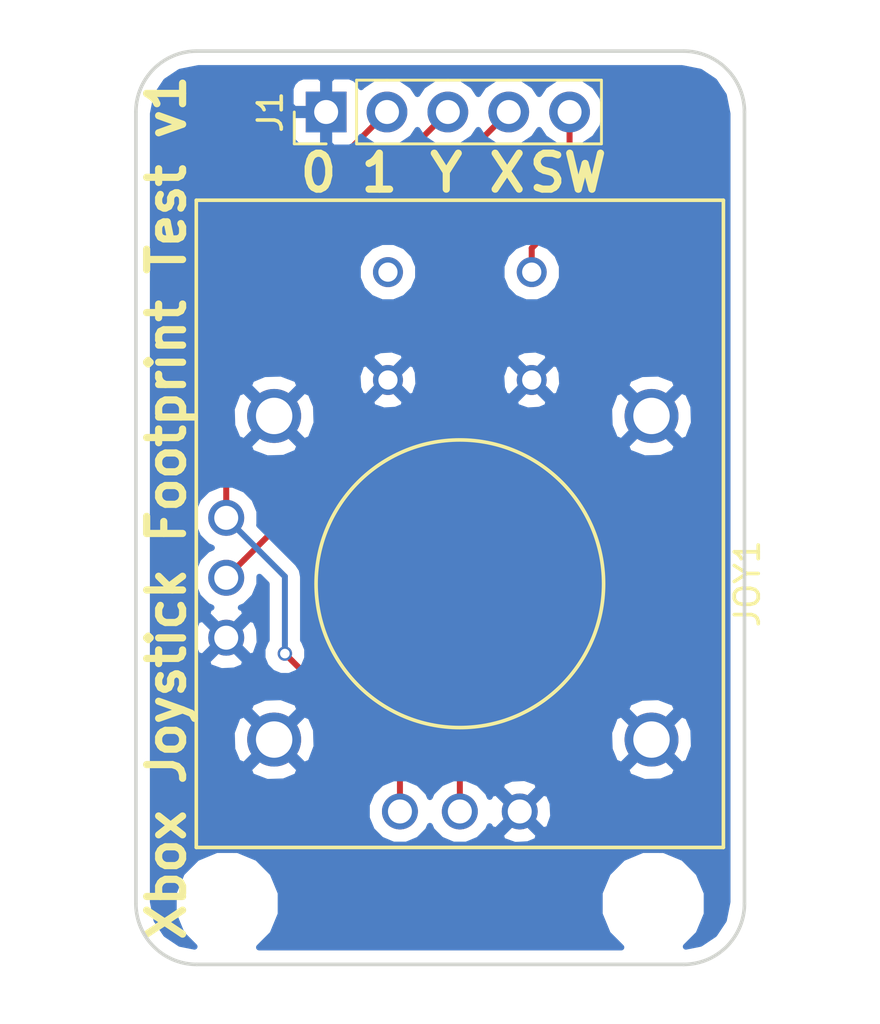
<source format=kicad_pcb>
(kicad_pcb (version 4) (host pcbnew 4.0.7-e2-6376~58~ubuntu17.04.1)

  (general
    (links 14)
    (no_connects 4)
    (area 113.632857 104.47238 150.527143 147.515)
    (thickness 1.6)
    (drawings 14)
    (tracks 18)
    (zones 0)
    (modules 4)
    (nets 6)
  )

  (page A4)
  (layers
    (0 F.Cu signal)
    (31 B.Cu signal)
    (32 B.Adhes user)
    (33 F.Adhes user)
    (34 B.Paste user)
    (35 F.Paste user)
    (36 B.SilkS user)
    (37 F.SilkS user)
    (38 B.Mask user)
    (39 F.Mask user)
    (40 Dwgs.User user)
    (41 Cmts.User user)
    (42 Eco1.User user)
    (43 Eco2.User user)
    (44 Edge.Cuts user)
    (45 Margin user)
    (46 B.CrtYd user)
    (47 F.CrtYd user)
    (48 B.Fab user)
    (49 F.Fab user)
  )

  (setup
    (last_trace_width 0.25)
    (trace_clearance 0.2)
    (zone_clearance 0.508)
    (zone_45_only no)
    (trace_min 0.2)
    (segment_width 0.2)
    (edge_width 0.15)
    (via_size 0.6)
    (via_drill 0.4)
    (via_min_size 0.4)
    (via_min_drill 0.3)
    (uvia_size 0.3)
    (uvia_drill 0.1)
    (uvias_allowed no)
    (uvia_min_size 0.2)
    (uvia_min_drill 0.1)
    (pcb_text_width 0.3)
    (pcb_text_size 1.5 1.5)
    (mod_edge_width 0.15)
    (mod_text_size 1 1)
    (mod_text_width 0.15)
    (pad_size 1.524 1.524)
    (pad_drill 0.762)
    (pad_to_mask_clearance 0.2)
    (aux_axis_origin 0 0)
    (visible_elements FFFFFF7F)
    (pcbplotparams
      (layerselection 0x010f0_80000001)
      (usegerberextensions false)
      (excludeedgelayer true)
      (linewidth 0.100000)
      (plotframeref false)
      (viasonmask false)
      (mode 1)
      (useauxorigin false)
      (hpglpennumber 1)
      (hpglpenspeed 20)
      (hpglpendiameter 15)
      (hpglpenoverlay 2)
      (psnegative false)
      (psa4output false)
      (plotreference true)
      (plotvalue true)
      (plotinvisibletext false)
      (padsonsilk false)
      (subtractmaskfromsilk false)
      (outputformat 1)
      (mirror false)
      (drillshape 0)
      (scaleselection 1)
      (outputdirectory ./))
  )

  (net 0 "")
  (net 1 "Net-(J1-Pad1)")
  (net 2 "Net-(J1-Pad2)")
  (net 3 "Net-(J1-Pad3)")
  (net 4 "Net-(J1-Pad4)")
  (net 5 "Net-(J1-Pad5)")

  (net_class Default "This is the default net class."
    (clearance 0.2)
    (trace_width 0.25)
    (via_dia 0.6)
    (via_drill 0.4)
    (uvia_dia 0.3)
    (uvia_drill 0.1)
    (add_net "Net-(J1-Pad1)")
    (add_net "Net-(J1-Pad2)")
    (add_net "Net-(J1-Pad3)")
    (add_net "Net-(J1-Pad4)")
    (add_net "Net-(J1-Pad5)")
  )

  (module Mounting_Holes:MountingHole_3.2mm_M3 (layer F.Cu) (tedit 5AA06628) (tstamp 5AA06093)
    (at 123.19 142.24)
    (descr "Mounting Hole 3.2mm, no annular, M3")
    (tags "mounting hole 3.2mm no annular m3")
    (attr virtual)
    (fp_text reference REF** (at 5.842 0) (layer F.SilkS) hide
      (effects (font (size 1 1) (thickness 0.15)))
    )
    (fp_text value MountingHole_3.2mm_M3 (at 0 4.2) (layer F.Fab)
      (effects (font (size 1 1) (thickness 0.15)))
    )
    (fp_text user %R (at 0.3 0) (layer F.Fab) hide
      (effects (font (size 1 1) (thickness 0.15)))
    )
    (fp_circle (center 0 0) (end 3.2 0) (layer Cmts.User) (width 0.15))
    (fp_circle (center 0 0) (end 3.45 0) (layer F.CrtYd) (width 0.05))
    (pad 1 np_thru_hole circle (at 0 0) (size 3.2 3.2) (drill 3.2) (layers *.Cu *.Mask))
  )

  (module Pin_Headers:Pin_Header_Straight_1x05_Pitch2.54mm (layer F.Cu) (tedit 59650532) (tstamp 5AA05818)
    (at 127.32 109.22 90)
    (descr "Through hole straight pin header, 1x05, 2.54mm pitch, single row")
    (tags "Through hole pin header THT 1x05 2.54mm single row")
    (path /5AA04B7C)
    (fp_text reference J1 (at 0 -2.33 90) (layer F.SilkS)
      (effects (font (size 1 1) (thickness 0.15)))
    )
    (fp_text value Conn_01x05 (at 0 12.49 90) (layer F.Fab)
      (effects (font (size 1 1) (thickness 0.15)))
    )
    (fp_line (start -0.635 -1.27) (end 1.27 -1.27) (layer F.Fab) (width 0.1))
    (fp_line (start 1.27 -1.27) (end 1.27 11.43) (layer F.Fab) (width 0.1))
    (fp_line (start 1.27 11.43) (end -1.27 11.43) (layer F.Fab) (width 0.1))
    (fp_line (start -1.27 11.43) (end -1.27 -0.635) (layer F.Fab) (width 0.1))
    (fp_line (start -1.27 -0.635) (end -0.635 -1.27) (layer F.Fab) (width 0.1))
    (fp_line (start -1.33 11.49) (end 1.33 11.49) (layer F.SilkS) (width 0.12))
    (fp_line (start -1.33 1.27) (end -1.33 11.49) (layer F.SilkS) (width 0.12))
    (fp_line (start 1.33 1.27) (end 1.33 11.49) (layer F.SilkS) (width 0.12))
    (fp_line (start -1.33 1.27) (end 1.33 1.27) (layer F.SilkS) (width 0.12))
    (fp_line (start -1.33 0) (end -1.33 -1.33) (layer F.SilkS) (width 0.12))
    (fp_line (start -1.33 -1.33) (end 0 -1.33) (layer F.SilkS) (width 0.12))
    (fp_line (start -1.8 -1.8) (end -1.8 11.95) (layer F.CrtYd) (width 0.05))
    (fp_line (start -1.8 11.95) (end 1.8 11.95) (layer F.CrtYd) (width 0.05))
    (fp_line (start 1.8 11.95) (end 1.8 -1.8) (layer F.CrtYd) (width 0.05))
    (fp_line (start 1.8 -1.8) (end -1.8 -1.8) (layer F.CrtYd) (width 0.05))
    (fp_text user %R (at 0 5.08 180) (layer F.Fab)
      (effects (font (size 1 1) (thickness 0.15)))
    )
    (pad 1 thru_hole rect (at 0 0 90) (size 1.7 1.7) (drill 1) (layers *.Cu *.Mask)
      (net 1 "Net-(J1-Pad1)"))
    (pad 2 thru_hole oval (at 0 2.54 90) (size 1.7 1.7) (drill 1) (layers *.Cu *.Mask)
      (net 2 "Net-(J1-Pad2)"))
    (pad 3 thru_hole oval (at 0 5.08 90) (size 1.7 1.7) (drill 1) (layers *.Cu *.Mask)
      (net 3 "Net-(J1-Pad3)"))
    (pad 4 thru_hole oval (at 0 7.62 90) (size 1.7 1.7) (drill 1) (layers *.Cu *.Mask)
      (net 4 "Net-(J1-Pad4)"))
    (pad 5 thru_hole oval (at 0 10.16 90) (size 1.7 1.7) (drill 1) (layers *.Cu *.Mask)
      (net 5 "Net-(J1-Pad5)"))
    (model ${KISYS3DMOD}/Pin_Headers.3dshapes/Pin_Header_Straight_1x05_Pitch2.54mm.wrl
      (at (xyz 0 0 0))
      (scale (xyz 1 1 1))
      (rotate (xyz 0 0 0))
    )
  )

  (module Mounting_Holes:MountingHole_3.2mm_M3 (layer F.Cu) (tedit 5AA06605) (tstamp 5AA0608E)
    (at 140.97 142.24)
    (descr "Mounting Hole 3.2mm, no annular, M3")
    (tags "mounting hole 3.2mm no annular m3")
    (attr virtual)
    (fp_text reference REF** (at 0 -4.2) (layer F.SilkS) hide
      (effects (font (size 1 1) (thickness 0.15)))
    )
    (fp_text value MountingHole_3.2mm_M3 (at 0 4.2) (layer F.Fab)
      (effects (font (size 1 1) (thickness 0.15)))
    )
    (fp_text user %R (at 0.3 0) (layer F.Fab)
      (effects (font (size 1 1) (thickness 0.15)))
    )
    (fp_circle (center 0 0) (end 3.2 0) (layer Cmts.User) (width 0.15))
    (fp_circle (center 0 0) (end 3.45 0) (layer F.CrtYd) (width 0.05))
    (pad 1 np_thru_hole circle (at 0 0) (size 3.2 3.2) (drill 3.2) (layers *.Cu *.Mask))
  )

  (module Switches:XBOX-JOYSTICK (layer F.Cu) (tedit 5A400DC5) (tstamp 5AA0582F)
    (at 132.9 128.9 90)
    (path /5AA04B48)
    (fp_text reference JOY1 (at 0 12 90) (layer F.SilkS)
      (effects (font (size 1 1) (thickness 0.15)))
    )
    (fp_text value xbox_joystick (at 0 -12 90) (layer F.Fab)
      (effects (font (size 1 1) (thickness 0.15)))
    )
    (fp_circle (center 0 0) (end 6 0) (layer F.SilkS) (width 0.15))
    (fp_line (start -11 11) (end -11 -11) (layer F.SilkS) (width 0.15))
    (fp_line (start 16 11) (end -11 11) (layer F.SilkS) (width 0.15))
    (fp_line (start 16 -11) (end 16 11) (layer F.SilkS) (width 0.15))
    (fp_line (start -11 -11) (end 16 -11) (layer F.SilkS) (width 0.15))
    (pad 1 thru_hole circle (at -6.5 -7.75 90) (size 2.25 2.25) (drill 1.52) (layers *.Cu *.Mask)
      (net 1 "Net-(J1-Pad1)"))
    (pad 1 thru_hole circle (at 7 -7.75 90) (size 2.25 2.25) (drill 1.52) (layers *.Cu *.Mask)
      (net 1 "Net-(J1-Pad1)"))
    (pad 3 thru_hole circle (at 0.25 -9.75 90) (size 1.5 1.5) (drill 1) (layers *.Cu *.Mask)
      (net 3 "Net-(J1-Pad3)"))
    (pad 2 thru_hole circle (at -2.25 -9.75 90) (size 1.5 1.5) (drill 1) (layers *.Cu *.Mask)
      (net 1 "Net-(J1-Pad1)"))
    (pad 4 thru_hole circle (at 2.75 -9.75 90) (size 1.5 1.5) (drill 1) (layers *.Cu *.Mask)
      (net 2 "Net-(J1-Pad2)"))
    (pad 6 thru_hole circle (at -9.5 0 180) (size 1.5 1.5) (drill 1) (layers *.Cu *.Mask)
      (net 4 "Net-(J1-Pad4)"))
    (pad 5 thru_hole circle (at -9.5 2.5 180) (size 1.5 1.5) (drill 1) (layers *.Cu *.Mask)
      (net 1 "Net-(J1-Pad1)"))
    (pad 7 thru_hole circle (at -9.5 -2.5 180) (size 1.5 1.5) (drill 1) (layers *.Cu *.Mask)
      (net 2 "Net-(J1-Pad2)"))
    (pad 1 thru_hole circle (at -6.5 8 90) (size 2.25 2.25) (drill 1.52) (layers *.Cu *.Mask)
      (net 1 "Net-(J1-Pad1)"))
    (pad 1 thru_hole circle (at 7 8 90) (size 2.25 2.25) (drill 1.52) (layers *.Cu *.Mask)
      (net 1 "Net-(J1-Pad1)"))
    (pad 8 thru_hole circle (at 8.5 -3 180) (size 1.25 1.25) (drill 0.8) (layers *.Cu *.Mask)
      (net 1 "Net-(J1-Pad1)"))
    (pad 8 thru_hole circle (at 8.5 3 180) (size 1.25 1.25) (drill 0.8) (layers *.Cu *.Mask)
      (net 1 "Net-(J1-Pad1)"))
    (pad 9 thru_hole circle (at 13 -3 180) (size 1.25 1.25) (drill 0.8) (layers *.Cu *.Mask)
      (net 5 "Net-(J1-Pad5)"))
    (pad 9 thru_hole circle (at 13 3 180) (size 1.25 1.25) (drill 0.8) (layers *.Cu *.Mask)
      (net 5 "Net-(J1-Pad5)"))
  )

  (gr_line (start 119.38 109.22) (end 119.38 142.24) (layer Edge.Cuts) (width 0.15))
  (gr_line (start 142.24 106.68) (end 121.92 106.68) (layer Edge.Cuts) (width 0.15))
  (gr_line (start 144.78 142.24) (end 144.78 109.22) (layer Edge.Cuts) (width 0.15))
  (gr_line (start 121.92 144.78) (end 142.24 144.78) (layer Edge.Cuts) (width 0.15))
  (gr_arc (start 121.92 142.24) (end 121.92 144.78) (angle 90) (layer Edge.Cuts) (width 0.15))
  (gr_arc (start 142.24 142.24) (end 144.78 142.24) (angle 90) (layer Edge.Cuts) (width 0.15))
  (gr_arc (start 142.24 109.22) (end 142.24 106.68) (angle 90) (layer Edge.Cuts) (width 0.15))
  (gr_arc (start 121.92 109.22) (end 119.38 109.22) (angle 90) (layer Edge.Cuts) (width 0.15))
  (gr_text SW (at 137.414 111.76) (layer F.SilkS)
    (effects (font (size 1.5 1.5) (thickness 0.3)))
  )
  (gr_text X (at 134.874 111.76) (layer F.SilkS)
    (effects (font (size 1.5 1.5) (thickness 0.3)))
  )
  (gr_text Y (at 132.334 111.76) (layer F.SilkS)
    (effects (font (size 1.5 1.5) (thickness 0.3)))
  )
  (gr_text 1 (at 129.54 111.76) (layer F.SilkS)
    (effects (font (size 1.5 1.5) (thickness 0.3)))
  )
  (gr_text 0 (at 127 111.76) (layer F.SilkS)
    (effects (font (size 1.5 1.5) (thickness 0.3)))
  )
  (gr_text "Xbox Joystick Footprint Test v1" (at 120.65 125.73 90) (layer F.SilkS)
    (effects (font (size 1.5 1.5) (thickness 0.3)))
  )

  (segment (start 125.597132 131.389219) (end 125.597132 131.813483) (width 0.25) (layer B.Cu) (net 2))
  (segment (start 125.597132 128.597132) (end 125.597132 131.389219) (width 0.25) (layer B.Cu) (net 2))
  (segment (start 123.15 126.15) (end 125.597132 128.597132) (width 0.25) (layer B.Cu) (net 2))
  (segment (start 125.897131 132.113482) (end 125.597132 131.813483) (width 0.25) (layer F.Cu) (net 2))
  (segment (start 130.4 136.616351) (end 125.897131 132.113482) (width 0.25) (layer F.Cu) (net 2))
  (segment (start 130.4 138.4) (end 130.4 136.616351) (width 0.25) (layer F.Cu) (net 2))
  (via (at 125.597132 131.813483) (size 0.6) (drill 0.4) (layers F.Cu B.Cu) (net 2))
  (segment (start 129.86 109.22) (end 123.15 115.93) (width 0.25) (layer F.Cu) (net 2))
  (segment (start 123.15 115.93) (end 123.15 126.15) (width 0.25) (layer F.Cu) (net 2))
  (segment (start 132.4 109.22) (end 127.516431 114.103569) (width 0.25) (layer F.Cu) (net 3))
  (segment (start 127.516431 114.103569) (end 127.516431 124.283569) (width 0.25) (layer F.Cu) (net 3))
  (segment (start 127.516431 124.283569) (end 123.899999 127.900001) (width 0.25) (layer F.Cu) (net 3))
  (segment (start 123.899999 127.900001) (end 123.15 128.65) (width 0.25) (layer F.Cu) (net 3))
  (segment (start 134.94 109.22) (end 132.9 111.26) (width 0.25) (layer F.Cu) (net 4))
  (segment (start 132.9 111.26) (end 132.9 138.4) (width 0.25) (layer F.Cu) (net 4))
  (segment (start 135.9 114.9) (end 135.9 115.9) (width 0.25) (layer F.Cu) (net 5))
  (segment (start 137.48 109.22) (end 137.48 113.32) (width 0.25) (layer F.Cu) (net 5))
  (segment (start 137.48 113.32) (end 135.9 114.9) (width 0.25) (layer F.Cu) (net 5))

  (zone (net 1) (net_name "Net-(J1-Pad1)") (layer B.Cu) (tstamp 0) (hatch edge 0.508)
    (connect_pads (clearance 0.508))
    (min_thickness 0.254)
    (fill yes (arc_segments 16) (thermal_gap 0.508) (thermal_bridge_width 0.508))
    (polygon
      (pts
        (xy 119.38 106.68) (xy 144.78 106.68) (xy 144.78 144.78) (xy 119.38 144.78)
      )
    )
    (filled_polygon
      (pts
        (xy 142.934989 107.542152) (xy 143.52417 107.93583) (xy 143.917848 108.525011) (xy 144.07 109.289931) (xy 144.07 142.170069)
        (xy 143.917848 142.934989) (xy 143.52417 143.52417) (xy 142.934989 143.917848) (xy 142.332747 144.037641) (xy 142.863636 143.507679)
        (xy 143.204611 142.686519) (xy 143.205387 141.797381) (xy 142.865845 140.975628) (xy 142.237679 140.346364) (xy 141.416519 140.005389)
        (xy 140.527381 140.004613) (xy 139.705628 140.344155) (xy 139.076364 140.972321) (xy 138.735389 141.793481) (xy 138.734613 142.682619)
        (xy 139.074155 143.504372) (xy 139.638796 144.07) (xy 124.520332 144.07) (xy 125.083636 143.507679) (xy 125.424611 142.686519)
        (xy 125.425387 141.797381) (xy 125.085845 140.975628) (xy 124.457679 140.346364) (xy 123.636519 140.005389) (xy 122.747381 140.004613)
        (xy 121.925628 140.344155) (xy 121.296364 140.972321) (xy 120.955389 141.793481) (xy 120.954613 142.682619) (xy 121.294155 143.504372)
        (xy 121.826306 144.037453) (xy 121.225011 143.917848) (xy 120.63583 143.52417) (xy 120.242152 142.934989) (xy 120.09 142.170069)
        (xy 120.09 138.674285) (xy 129.01476 138.674285) (xy 129.225169 139.183515) (xy 129.614436 139.573461) (xy 130.123298 139.784759)
        (xy 130.674285 139.78524) (xy 131.183515 139.574831) (xy 131.573461 139.185564) (xy 131.649927 139.001414) (xy 131.725169 139.183515)
        (xy 132.114436 139.573461) (xy 132.623298 139.784759) (xy 133.174285 139.78524) (xy 133.683515 139.574831) (xy 133.887183 139.371517)
        (xy 134.608088 139.371517) (xy 134.676077 139.61246) (xy 135.195171 139.797201) (xy 135.745448 139.76923) (xy 136.123923 139.61246)
        (xy 136.191912 139.371517) (xy 135.4 138.579605) (xy 134.608088 139.371517) (xy 133.887183 139.371517) (xy 134.073461 139.185564)
        (xy 134.143353 139.017246) (xy 134.18754 139.123923) (xy 134.428483 139.191912) (xy 135.220395 138.4) (xy 135.579605 138.4)
        (xy 136.371517 139.191912) (xy 136.61246 139.123923) (xy 136.797201 138.604829) (xy 136.76923 138.054552) (xy 136.61246 137.676077)
        (xy 136.371517 137.608088) (xy 135.579605 138.4) (xy 135.220395 138.4) (xy 134.428483 137.608088) (xy 134.18754 137.676077)
        (xy 134.146778 137.790611) (xy 134.074831 137.616485) (xy 133.887157 137.428483) (xy 134.608088 137.428483) (xy 135.4 138.220395)
        (xy 136.191912 137.428483) (xy 136.123923 137.18754) (xy 135.604829 137.002799) (xy 135.054552 137.03077) (xy 134.676077 137.18754)
        (xy 134.608088 137.428483) (xy 133.887157 137.428483) (xy 133.685564 137.226539) (xy 133.176702 137.015241) (xy 132.625715 137.01476)
        (xy 132.116485 137.225169) (xy 131.726539 137.614436) (xy 131.650073 137.798586) (xy 131.574831 137.616485) (xy 131.185564 137.226539)
        (xy 130.676702 137.015241) (xy 130.125715 137.01476) (xy 129.616485 137.225169) (xy 129.226539 137.614436) (xy 129.015241 138.123298)
        (xy 129.01476 138.674285) (xy 120.09 138.674285) (xy 120.09 136.642947) (xy 124.086658 136.642947) (xy 124.200621 136.922773)
        (xy 124.855629 137.17017) (xy 125.555451 137.148075) (xy 126.099379 136.922773) (xy 126.213342 136.642947) (xy 139.836658 136.642947)
        (xy 139.950621 136.922773) (xy 140.605629 137.17017) (xy 141.305451 137.148075) (xy 141.849379 136.922773) (xy 141.963342 136.642947)
        (xy 140.9 135.579605) (xy 139.836658 136.642947) (xy 126.213342 136.642947) (xy 125.15 135.579605) (xy 124.086658 136.642947)
        (xy 120.09 136.642947) (xy 120.09 135.105629) (xy 123.37983 135.105629) (xy 123.401925 135.805451) (xy 123.627227 136.349379)
        (xy 123.907053 136.463342) (xy 124.970395 135.4) (xy 125.329605 135.4) (xy 126.392947 136.463342) (xy 126.672773 136.349379)
        (xy 126.92017 135.694371) (xy 126.901583 135.105629) (xy 139.12983 135.105629) (xy 139.151925 135.805451) (xy 139.377227 136.349379)
        (xy 139.657053 136.463342) (xy 140.720395 135.4) (xy 141.079605 135.4) (xy 142.142947 136.463342) (xy 142.422773 136.349379)
        (xy 142.67017 135.694371) (xy 142.648075 134.994549) (xy 142.422773 134.450621) (xy 142.142947 134.336658) (xy 141.079605 135.4)
        (xy 140.720395 135.4) (xy 139.657053 134.336658) (xy 139.377227 134.450621) (xy 139.12983 135.105629) (xy 126.901583 135.105629)
        (xy 126.898075 134.994549) (xy 126.672773 134.450621) (xy 126.392947 134.336658) (xy 125.329605 135.4) (xy 124.970395 135.4)
        (xy 123.907053 134.336658) (xy 123.627227 134.450621) (xy 123.37983 135.105629) (xy 120.09 135.105629) (xy 120.09 134.157053)
        (xy 124.086658 134.157053) (xy 125.15 135.220395) (xy 126.213342 134.157053) (xy 139.836658 134.157053) (xy 140.9 135.220395)
        (xy 141.963342 134.157053) (xy 141.849379 133.877227) (xy 141.194371 133.62983) (xy 140.494549 133.651925) (xy 139.950621 133.877227)
        (xy 139.836658 134.157053) (xy 126.213342 134.157053) (xy 126.099379 133.877227) (xy 125.444371 133.62983) (xy 124.744549 133.651925)
        (xy 124.200621 133.877227) (xy 124.086658 134.157053) (xy 120.09 134.157053) (xy 120.09 132.121517) (xy 122.358088 132.121517)
        (xy 122.426077 132.36246) (xy 122.945171 132.547201) (xy 123.495448 132.51923) (xy 123.873923 132.36246) (xy 123.941912 132.121517)
        (xy 123.15 131.329605) (xy 122.358088 132.121517) (xy 120.09 132.121517) (xy 120.09 130.945171) (xy 121.752799 130.945171)
        (xy 121.78077 131.495448) (xy 121.93754 131.873923) (xy 122.178483 131.941912) (xy 122.970395 131.15) (xy 123.329605 131.15)
        (xy 124.121517 131.941912) (xy 124.36246 131.873923) (xy 124.547201 131.354829) (xy 124.51923 130.804552) (xy 124.36246 130.426077)
        (xy 124.121517 130.358088) (xy 123.329605 131.15) (xy 122.970395 131.15) (xy 122.178483 130.358088) (xy 121.93754 130.426077)
        (xy 121.752799 130.945171) (xy 120.09 130.945171) (xy 120.09 126.424285) (xy 121.76476 126.424285) (xy 121.975169 126.933515)
        (xy 122.364436 127.323461) (xy 122.548586 127.399927) (xy 122.366485 127.475169) (xy 121.976539 127.864436) (xy 121.765241 128.373298)
        (xy 121.76476 128.924285) (xy 121.975169 129.433515) (xy 122.364436 129.823461) (xy 122.532754 129.893353) (xy 122.426077 129.93754)
        (xy 122.358088 130.178483) (xy 123.15 130.970395) (xy 123.941912 130.178483) (xy 123.873923 129.93754) (xy 123.759389 129.896778)
        (xy 123.933515 129.824831) (xy 124.323461 129.435564) (xy 124.534759 128.926702) (xy 124.535036 128.609838) (xy 124.837132 128.911934)
        (xy 124.837132 131.25102) (xy 124.80494 131.283156) (xy 124.662294 131.626684) (xy 124.66197 131.99865) (xy 124.804015 132.342426)
        (xy 125.066805 132.605675) (xy 125.410333 132.748321) (xy 125.782299 132.748645) (xy 126.126075 132.6066) (xy 126.389324 132.34381)
        (xy 126.53197 132.000282) (xy 126.532294 131.628316) (xy 126.390249 131.28454) (xy 126.357132 131.251365) (xy 126.357132 128.597132)
        (xy 126.29928 128.306293) (xy 126.29928 128.306292) (xy 126.134533 128.059731) (xy 124.525002 126.4502) (xy 124.534759 126.426702)
        (xy 124.53524 125.875715) (xy 124.324831 125.366485) (xy 123.935564 124.976539) (xy 123.426702 124.765241) (xy 122.875715 124.76476)
        (xy 122.366485 124.975169) (xy 121.976539 125.364436) (xy 121.765241 125.873298) (xy 121.76476 126.424285) (xy 120.09 126.424285)
        (xy 120.09 123.142947) (xy 124.086658 123.142947) (xy 124.200621 123.422773) (xy 124.855629 123.67017) (xy 125.555451 123.648075)
        (xy 126.099379 123.422773) (xy 126.213342 123.142947) (xy 139.836658 123.142947) (xy 139.950621 123.422773) (xy 140.605629 123.67017)
        (xy 141.305451 123.648075) (xy 141.849379 123.422773) (xy 141.963342 123.142947) (xy 140.9 122.079605) (xy 139.836658 123.142947)
        (xy 126.213342 123.142947) (xy 125.15 122.079605) (xy 124.086658 123.142947) (xy 120.09 123.142947) (xy 120.09 121.605629)
        (xy 123.37983 121.605629) (xy 123.401925 122.305451) (xy 123.627227 122.849379) (xy 123.907053 122.963342) (xy 124.970395 121.9)
        (xy 125.329605 121.9) (xy 126.392947 122.963342) (xy 126.672773 122.849379) (xy 126.92017 122.194371) (xy 126.898075 121.494549)
        (xy 126.80957 121.280878) (xy 129.198727 121.280878) (xy 129.251325 121.50889) (xy 129.725056 121.672717) (xy 130.22542 121.642785)
        (xy 130.548675 121.50889) (xy 130.601273 121.280878) (xy 135.198727 121.280878) (xy 135.251325 121.50889) (xy 135.725056 121.672717)
        (xy 136.22542 121.642785) (xy 136.315123 121.605629) (xy 139.12983 121.605629) (xy 139.151925 122.305451) (xy 139.377227 122.849379)
        (xy 139.657053 122.963342) (xy 140.720395 121.9) (xy 141.079605 121.9) (xy 142.142947 122.963342) (xy 142.422773 122.849379)
        (xy 142.67017 122.194371) (xy 142.648075 121.494549) (xy 142.422773 120.950621) (xy 142.142947 120.836658) (xy 141.079605 121.9)
        (xy 140.720395 121.9) (xy 139.657053 120.836658) (xy 139.377227 120.950621) (xy 139.12983 121.605629) (xy 136.315123 121.605629)
        (xy 136.548675 121.50889) (xy 136.601273 121.280878) (xy 135.9 120.579605) (xy 135.198727 121.280878) (xy 130.601273 121.280878)
        (xy 129.9 120.579605) (xy 129.198727 121.280878) (xy 126.80957 121.280878) (xy 126.672773 120.950621) (xy 126.392947 120.836658)
        (xy 125.329605 121.9) (xy 124.970395 121.9) (xy 123.907053 120.836658) (xy 123.627227 120.950621) (xy 123.37983 121.605629)
        (xy 120.09 121.605629) (xy 120.09 120.657053) (xy 124.086658 120.657053) (xy 125.15 121.720395) (xy 126.213342 120.657053)
        (xy 126.099379 120.377227) (xy 125.696492 120.225056) (xy 128.627283 120.225056) (xy 128.657215 120.72542) (xy 128.79111 121.048675)
        (xy 129.019122 121.101273) (xy 129.720395 120.4) (xy 130.079605 120.4) (xy 130.780878 121.101273) (xy 131.00889 121.048675)
        (xy 131.172717 120.574944) (xy 131.151787 120.225056) (xy 134.627283 120.225056) (xy 134.657215 120.72542) (xy 134.79111 121.048675)
        (xy 135.019122 121.101273) (xy 135.720395 120.4) (xy 136.079605 120.4) (xy 136.780878 121.101273) (xy 137.00889 121.048675)
        (xy 137.144321 120.657053) (xy 139.836658 120.657053) (xy 140.9 121.720395) (xy 141.963342 120.657053) (xy 141.849379 120.377227)
        (xy 141.194371 120.12983) (xy 140.494549 120.151925) (xy 139.950621 120.377227) (xy 139.836658 120.657053) (xy 137.144321 120.657053)
        (xy 137.172717 120.574944) (xy 137.142785 120.07458) (xy 137.00889 119.751325) (xy 136.780878 119.698727) (xy 136.079605 120.4)
        (xy 135.720395 120.4) (xy 135.019122 119.698727) (xy 134.79111 119.751325) (xy 134.627283 120.225056) (xy 131.151787 120.225056)
        (xy 131.142785 120.07458) (xy 131.00889 119.751325) (xy 130.780878 119.698727) (xy 130.079605 120.4) (xy 129.720395 120.4)
        (xy 129.019122 119.698727) (xy 128.79111 119.751325) (xy 128.627283 120.225056) (xy 125.696492 120.225056) (xy 125.444371 120.12983)
        (xy 124.744549 120.151925) (xy 124.200621 120.377227) (xy 124.086658 120.657053) (xy 120.09 120.657053) (xy 120.09 119.519122)
        (xy 129.198727 119.519122) (xy 129.9 120.220395) (xy 130.601273 119.519122) (xy 135.198727 119.519122) (xy 135.9 120.220395)
        (xy 136.601273 119.519122) (xy 136.548675 119.29111) (xy 136.074944 119.127283) (xy 135.57458 119.157215) (xy 135.251325 119.29111)
        (xy 135.198727 119.519122) (xy 130.601273 119.519122) (xy 130.548675 119.29111) (xy 130.074944 119.127283) (xy 129.57458 119.157215)
        (xy 129.251325 119.29111) (xy 129.198727 119.519122) (xy 120.09 119.519122) (xy 120.09 116.14953) (xy 128.639782 116.14953)
        (xy 128.831201 116.6128) (xy 129.185335 116.967553) (xy 129.648271 117.159781) (xy 130.14953 117.160218) (xy 130.6128 116.968799)
        (xy 130.967553 116.614665) (xy 131.159781 116.151729) (xy 131.159782 116.14953) (xy 134.639782 116.14953) (xy 134.831201 116.6128)
        (xy 135.185335 116.967553) (xy 135.648271 117.159781) (xy 136.14953 117.160218) (xy 136.6128 116.968799) (xy 136.967553 116.614665)
        (xy 137.159781 116.151729) (xy 137.160218 115.65047) (xy 136.968799 115.1872) (xy 136.614665 114.832447) (xy 136.151729 114.640219)
        (xy 135.65047 114.639782) (xy 135.1872 114.831201) (xy 134.832447 115.185335) (xy 134.640219 115.648271) (xy 134.639782 116.14953)
        (xy 131.159782 116.14953) (xy 131.160218 115.65047) (xy 130.968799 115.1872) (xy 130.614665 114.832447) (xy 130.151729 114.640219)
        (xy 129.65047 114.639782) (xy 129.1872 114.831201) (xy 128.832447 115.185335) (xy 128.640219 115.648271) (xy 128.639782 116.14953)
        (xy 120.09 116.14953) (xy 120.09 109.50575) (xy 125.835 109.50575) (xy 125.835 110.196309) (xy 125.931673 110.429698)
        (xy 126.110301 110.608327) (xy 126.34369 110.705) (xy 127.03425 110.705) (xy 127.193 110.54625) (xy 127.193 109.347)
        (xy 125.99375 109.347) (xy 125.835 109.50575) (xy 120.09 109.50575) (xy 120.09 109.289931) (xy 120.242152 108.525011)
        (xy 120.430123 108.243691) (xy 125.835 108.243691) (xy 125.835 108.93425) (xy 125.99375 109.093) (xy 127.193 109.093)
        (xy 127.193 107.89375) (xy 127.447 107.89375) (xy 127.447 109.093) (xy 127.467 109.093) (xy 127.467 109.347)
        (xy 127.447 109.347) (xy 127.447 110.54625) (xy 127.60575 110.705) (xy 128.29631 110.705) (xy 128.529699 110.608327)
        (xy 128.708327 110.429698) (xy 128.780597 110.255223) (xy 128.809946 110.299147) (xy 129.291715 110.621054) (xy 129.86 110.734093)
        (xy 130.428285 110.621054) (xy 130.910054 110.299147) (xy 131.13 109.969974) (xy 131.349946 110.299147) (xy 131.831715 110.621054)
        (xy 132.4 110.734093) (xy 132.968285 110.621054) (xy 133.450054 110.299147) (xy 133.67 109.969974) (xy 133.889946 110.299147)
        (xy 134.371715 110.621054) (xy 134.94 110.734093) (xy 135.508285 110.621054) (xy 135.990054 110.299147) (xy 136.21 109.969974)
        (xy 136.429946 110.299147) (xy 136.911715 110.621054) (xy 137.48 110.734093) (xy 138.048285 110.621054) (xy 138.530054 110.299147)
        (xy 138.851961 109.817378) (xy 138.965 109.249093) (xy 138.965 109.190907) (xy 138.851961 108.622622) (xy 138.530054 108.140853)
        (xy 138.048285 107.818946) (xy 137.48 107.705907) (xy 136.911715 107.818946) (xy 136.429946 108.140853) (xy 136.21 108.470026)
        (xy 135.990054 108.140853) (xy 135.508285 107.818946) (xy 134.94 107.705907) (xy 134.371715 107.818946) (xy 133.889946 108.140853)
        (xy 133.67 108.470026) (xy 133.450054 108.140853) (xy 132.968285 107.818946) (xy 132.4 107.705907) (xy 131.831715 107.818946)
        (xy 131.349946 108.140853) (xy 131.13 108.470026) (xy 130.910054 108.140853) (xy 130.428285 107.818946) (xy 129.86 107.705907)
        (xy 129.291715 107.818946) (xy 128.809946 108.140853) (xy 128.780597 108.184777) (xy 128.708327 108.010302) (xy 128.529699 107.831673)
        (xy 128.29631 107.735) (xy 127.60575 107.735) (xy 127.447 107.89375) (xy 127.193 107.89375) (xy 127.03425 107.735)
        (xy 126.34369 107.735) (xy 126.110301 107.831673) (xy 125.931673 108.010302) (xy 125.835 108.243691) (xy 120.430123 108.243691)
        (xy 120.63583 107.93583) (xy 121.225011 107.542152) (xy 121.989931 107.39) (xy 142.170069 107.39)
      )
    )
  )
)

</source>
